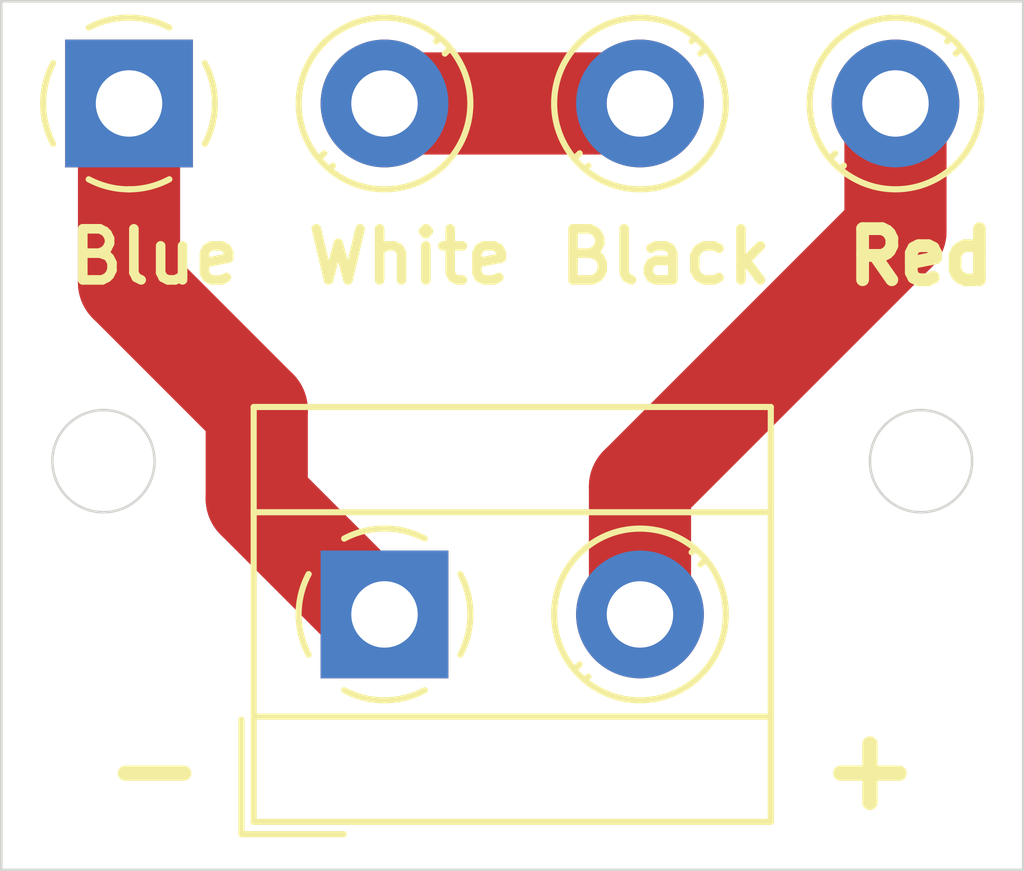
<source format=kicad_pcb>
(kicad_pcb (version 20240108) (generator "pcbnew") (generator_version "8.0")
  (layers (0 "F.Cu" signal) (31 "B.Cu" signal) (34 "B.Paste" user) (35 "F.Paste" user) (36 "B.SilkS" user "B.Silkscreen") (37 "F.SilkS" user "F.Silkscreen") (38 "B.Mask" user) (39 "F.Mask" user) (44 "Edge.Cuts" user))
  (net 0 "")
  (net 1 "Net-(J1-Pin_2)")
  (net 2 "Net-(J1-Pin_1)")
  (net 3 "Net-(J2-Pin_2)")
  (footprint "TerminalBlock_MetzConnect:TerminalBlock_MetzConnect_Type055_RT01504HDWU_1x04_P5.00mm_Horizontal" (layer "F.Cu") (at 121.5 67)
    (property "Reference" "J2" (hide yes))
    (property "Value" "Screw_Terminal_01x04" (hide yes))
    (fp_line (start 3.82 0.976) (end 3.726 1.069) (stroke (width 0.12)) (layer "F.SilkS"))
    (fp_line (start 3.99 1.216) (end 3.931 1.274) (stroke (width 0.12)) (layer "F.SilkS"))
    (fp_line (start 6.07 -1.275) (end 6.011 -1.216) (stroke (width 0.12)) (layer "F.SilkS"))
    (fp_line (start 6.275 -1.069) (end 6.181 -0.976) (stroke (width 0.12)) (layer "F.SilkS"))
    (fp_line (start 8.82 0.976) (end 8.726 1.069) (stroke (width 0.12)) (layer "F.SilkS"))
    (fp_line (start 8.99 1.216) (end 8.931 1.274) (stroke (width 0.12)) (layer "F.SilkS"))
    (fp_line (start 11.07 -1.275) (end 11.011 -1.216) (stroke (width 0.12)) (layer "F.SilkS"))
    (fp_line (start 11.275 -1.069) (end 11.181 -0.976) (stroke (width 0.12)) (layer "F.SilkS"))
    (fp_line (start 13.82 0.976) (end 13.726 1.069) (stroke (width 0.12)) (layer "F.SilkS"))
    (fp_line (start 13.99 1.216) (end 13.931 1.274) (stroke (width 0.12)) (layer "F.SilkS"))
    (fp_line (start 16.07 -1.275) (end 16.011 -1.216) (stroke (width 0.12)) (layer "F.SilkS"))
    (fp_line (start 16.275 -1.069) (end 16.181 -0.976) (stroke (width 0.12)) (layer "F.SilkS"))
    (fp_arc (start -1.483953 0.789089) (mid -1.680708 0.00005) (end -1.484 -0.789) (stroke (width 0.12)) (layer "F.SilkS"))
    (fp_arc (start -0.789089 -1.483953) (mid -0.00005 -1.680708) (end 0.789 -1.484) (stroke (width 0.12)) (layer "F.SilkS"))
    (fp_arc (start 0.029383 1.68045) (mid -0.392304 1.634281) (end -0.789 1.484) (stroke (width 0.12)) (layer "F.SilkS"))
    (fp_arc (start 0.788712 1.483352) (mid 0.406429 1.630097) (end 0 1.68) (stroke (width 0.12)) (layer "F.SilkS"))
    (fp_arc (start 1.483953 -0.789089) (mid 1.680708 -0.00005) (end 1.484 0.789) (stroke (width 0.12)) (layer "F.SilkS"))
    (fp_circle (center 5 0) (end 6.68 0) (stroke (width 0.12)) (fill none) (layer "F.SilkS"))
    (fp_circle (center 10 0) (end 11.68 0) (stroke (width 0.12)) (fill none) (layer "F.SilkS"))
    (fp_circle (center 15 0) (end 16.68 0) (stroke (width 0.12)) (fill none) (layer "F.SilkS"))
    (pad "1" thru_hole rect (at 0 0) (size 2.5 2.5) (drill 1.3) (layers "*.Cu" "*.Mask") (net 2 "Net-(J1-Pin_1)"))
    (pad "2" thru_hole circle (at 5 0) (size 2.5 2.5) (drill 1.3) (layers "*.Cu" "*.Mask") (net 3 "Net-(J2-Pin_2)"))
    (pad "3" thru_hole circle (at 10 0) (size 2.5 2.5) (drill 1.3) (layers "*.Cu" "*.Mask") (net 3 "Net-(J2-Pin_2)"))
    (pad "4" thru_hole circle (at 15 0) (size 2.5 2.5) (drill 1.3) (layers "*.Cu" "*.Mask") (net 1 "Net-(J1-Pin_2)"))
  )
  (footprint "TerminalBlock_MetzConnect:TerminalBlock_MetzConnect_Type055_RT01502HDWU_1x02_P5.00mm_Horizontal" (layer "F.Cu") (at 126.5 77)
    (property "Reference" "J1" (hide yes))
    (property "Value" "Screw_Terminal_01x02" (hide yes))
    (fp_line (start -2.8 2.06) (end -2.8 4.3) (stroke (width 0.12)) (layer "F.SilkS"))
    (fp_line (start -2.8 4.3) (end -0.8 4.3) (stroke (width 0.12)) (layer "F.SilkS"))
    (fp_line (start -2.56 -4.06) (end -2.56 4.06) (stroke (width 0.12)) (layer "F.SilkS"))
    (fp_line (start -2.56 -4.06) (end 7.56 -4.06) (stroke (width 0.12)) (layer "F.SilkS"))
    (fp_line (start -2.56 -2) (end 7.56 -2) (stroke (width 0.12)) (layer "F.SilkS"))
    (fp_line (start -2.56 2) (end 7.56 2) (stroke (width 0.12)) (layer "F.SilkS"))
    (fp_line (start -2.56 4.06) (end 7.56 4.06) (stroke (width 0.12)) (layer "F.SilkS"))
    (fp_line (start 3.82 0.976) (end 3.726 1.069) (stroke (width 0.12)) (layer "F.SilkS"))
    (fp_line (start 3.99 1.216) (end 3.931 1.274) (stroke (width 0.12)) (layer "F.SilkS"))
    (fp_line (start 6.07 -1.275) (end 6.011 -1.216) (stroke (width 0.12)) (layer "F.SilkS"))
    (fp_line (start 6.275 -1.069) (end 6.181 -0.976) (stroke (width 0.12)) (layer "F.SilkS"))
    (fp_line (start 7.56 -4.06) (end 7.56 4.06) (stroke (width 0.12)) (layer "F.SilkS"))
    (fp_arc (start -1.483953 0.789089) (mid -1.680708 0.00005) (end -1.484 -0.789) (stroke (width 0.12)) (layer "F.SilkS"))
    (fp_arc (start -0.789089 -1.483953) (mid -0.00005 -1.680708) (end 0.789 -1.484) (stroke (width 0.12)) (layer "F.SilkS"))
    (fp_arc (start 0.029383 1.68045) (mid -0.392304 1.634281) (end -0.789 1.484) (stroke (width 0.12)) (layer "F.SilkS"))
    (fp_arc (start 0.788712 1.483352) (mid 0.406429 1.630097) (end 0 1.68) (stroke (width 0.12)) (layer "F.SilkS"))
    (fp_arc (start 1.483953 -0.789089) (mid 1.680708 -0.00005) (end 1.484 0.789) (stroke (width 0.12)) (layer "F.SilkS"))
    (fp_circle (center 5 0) (end 6.68 0) (stroke (width 0.12)) (fill none) (layer "F.SilkS"))
    (pad "1" thru_hole rect (at 0 0) (size 2.5 2.5) (drill 1.3) (layers "*.Cu" "*.Mask") (net 2 "Net-(J1-Pin_1)"))
    (pad "2" thru_hole circle (at 5 0) (size 2.5 2.5) (drill 1.3) (layers "*.Cu" "*.Mask") (net 1 "Net-(J1-Pin_2)"))
  )
  (gr_rect (start 119 65) (end 139 82) (stroke (width 0.05)) (fill none) (layer "Edge.Cuts"))
  (gr_circle (center 137 74) (end 138 74) (stroke (width 0.05)) (fill none) (layer "Edge.Cuts"))
  (gr_circle (center 121 74) (end 122 74) (stroke (width 0.05)) (fill none) (layer "Edge.Cuts"))
  (gr_text "Blue" (at 122 70 0) (layer "F.SilkS") (effects (font (size 1 1) (thickness 0.1875))))
  (gr_text "Red" (at 137 70 0) (layer "F.SilkS") (effects (font (size 1 1) (thickness 0.25) (bold yes))))
  (gr_text "+" (at 136 80 0) (layer "F.SilkS") (effects (font (size 1.5 1.5) (thickness 0.3) (bold yes))))
  (gr_text "White" (at 127 70 0) (layer "F.SilkS") (effects (font (size 1 1) (thickness 0.1875) (bold yes))))
  (gr_text "Black" (at 132 70 0) (layer "F.SilkS") (effects (font (size 1 1) (thickness 0.1875))))
  (gr_text "-" (at 122 80 0) (layer "F.SilkS") (effects (font (size 1.5 1.5) (thickness 0.3) (bold yes))))
  (segment (start 131.5 74.5) (end 136.5 69.5) (width 2) (layer "F.Cu") (net 1))
  (segment (start 131.5 77) (end 131.5 74.5) (width 2) (layer "F.Cu") (net 1))
  (segment (start 136.5 69.5) (end 136.5 67) (width 2) (layer "F.Cu") (net 1))
  (segment (start 124 74.73326) (end 124 73) (width 2) (layer "F.Cu") (net 2))
  (segment (start 124 73) (end 121.5 70.5) (width 2) (layer "F.Cu") (net 2))
  (segment (start 126.26674 77) (end 124 74.73326) (width 2) (layer "F.Cu") (net 2))
  (segment (start 126.5 77) (end 126.26674 77) (width 0.2) (layer "F.Cu") (net 2))
  (segment (start 121.624091 67) (end 121.5 67) (width 0.2) (layer "F.Cu") (net 2))
  (segment (start 121.5 70.5) (end 121.5 67) (width 2) (layer "F.Cu") (net 2))
  (segment (start 127.10061 68.45) (end 127.775305 67.775305) (width 0) (layer "F.Cu") (net 3))
  (segment (start 126.5 67) (end 131.5 67) (width 2) (layer "F.Cu") (net 3))
  (segment (start 127.10061 68.45) (end 125.89939 68.45) (width 0) (layer "F.Cu") (net 3))
)
</source>
